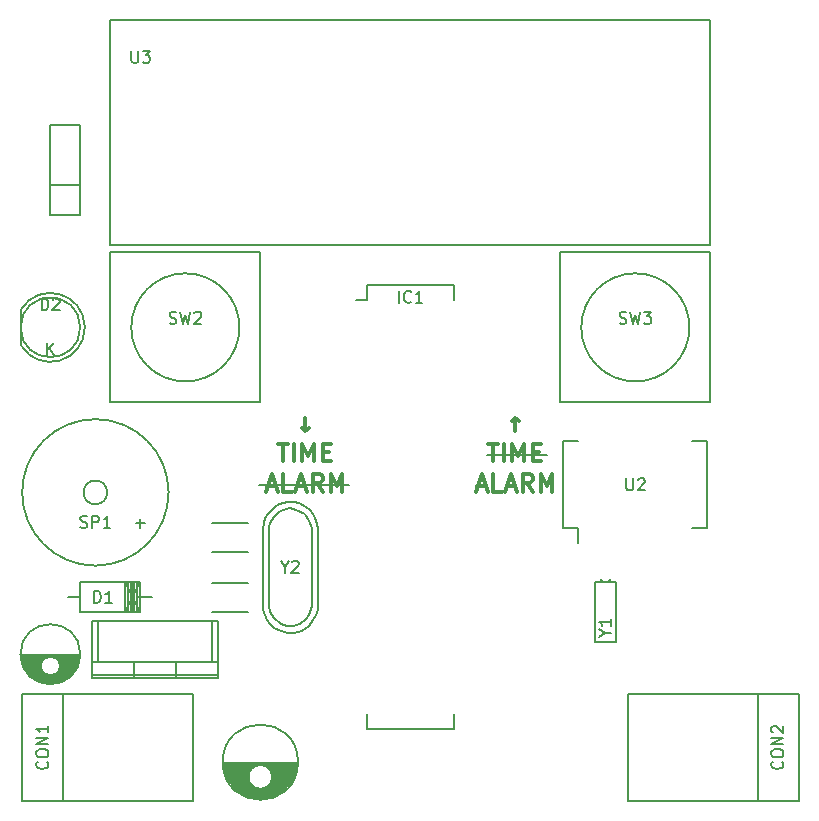
<source format=gbr>
G04 #@! TF.FileFunction,Legend,Top*
%FSLAX46Y46*%
G04 Gerber Fmt 4.6, Leading zero omitted, Abs format (unit mm)*
G04 Created by KiCad (PCBNEW 4.0.5) date Sat Feb  4 13:13:31 2017*
%MOMM*%
%LPD*%
G01*
G04 APERTURE LIST*
%ADD10C,0.100000*%
%ADD11C,0.200000*%
%ADD12C,0.300000*%
%ADD13C,0.150000*%
G04 APERTURE END LIST*
D10*
D11*
X155067000Y-132715000D02*
X160147000Y-132715000D01*
D12*
X157480000Y-130716571D02*
X157480000Y-129573714D01*
X157194286Y-129859429D02*
X157480000Y-129573714D01*
X157765715Y-129859429D01*
X155158571Y-131766571D02*
X156015714Y-131766571D01*
X155587143Y-133266571D02*
X155587143Y-131766571D01*
X156515714Y-133266571D02*
X156515714Y-131766571D01*
X157230000Y-133266571D02*
X157230000Y-131766571D01*
X157730000Y-132838000D01*
X158230000Y-131766571D01*
X158230000Y-133266571D01*
X158944286Y-132480857D02*
X159444286Y-132480857D01*
X159658572Y-133266571D02*
X158944286Y-133266571D01*
X158944286Y-131766571D01*
X159658572Y-131766571D01*
X154265714Y-135388000D02*
X154980000Y-135388000D01*
X154122857Y-135816571D02*
X154622857Y-134316571D01*
X155122857Y-135816571D01*
X156337143Y-135816571D02*
X155622857Y-135816571D01*
X155622857Y-134316571D01*
X156765714Y-135388000D02*
X157480000Y-135388000D01*
X156622857Y-135816571D02*
X157122857Y-134316571D01*
X157622857Y-135816571D01*
X158980000Y-135816571D02*
X158480000Y-135102286D01*
X158122857Y-135816571D02*
X158122857Y-134316571D01*
X158694285Y-134316571D01*
X158837143Y-134388000D01*
X158908571Y-134459429D01*
X158980000Y-134602286D01*
X158980000Y-134816571D01*
X158908571Y-134959429D01*
X158837143Y-135030857D01*
X158694285Y-135102286D01*
X158122857Y-135102286D01*
X159622857Y-135816571D02*
X159622857Y-134316571D01*
X160122857Y-135388000D01*
X160622857Y-134316571D01*
X160622857Y-135816571D01*
D11*
X135763000Y-135255000D02*
X143383000Y-135255000D01*
D12*
X139700000Y-129573714D02*
X139700000Y-130716571D01*
X139985715Y-130430857D02*
X139700000Y-130716571D01*
X139414286Y-130430857D01*
X137378571Y-131766571D02*
X138235714Y-131766571D01*
X137807143Y-133266571D02*
X137807143Y-131766571D01*
X138735714Y-133266571D02*
X138735714Y-131766571D01*
X139450000Y-133266571D02*
X139450000Y-131766571D01*
X139950000Y-132838000D01*
X140450000Y-131766571D01*
X140450000Y-133266571D01*
X141164286Y-132480857D02*
X141664286Y-132480857D01*
X141878572Y-133266571D02*
X141164286Y-133266571D01*
X141164286Y-131766571D01*
X141878572Y-131766571D01*
X136485714Y-135388000D02*
X137200000Y-135388000D01*
X136342857Y-135816571D02*
X136842857Y-134316571D01*
X137342857Y-135816571D01*
X138557143Y-135816571D02*
X137842857Y-135816571D01*
X137842857Y-134316571D01*
X138985714Y-135388000D02*
X139700000Y-135388000D01*
X138842857Y-135816571D02*
X139342857Y-134316571D01*
X139842857Y-135816571D01*
X141200000Y-135816571D02*
X140700000Y-135102286D01*
X140342857Y-135816571D02*
X140342857Y-134316571D01*
X140914285Y-134316571D01*
X141057143Y-134388000D01*
X141128571Y-134459429D01*
X141200000Y-134602286D01*
X141200000Y-134816571D01*
X141128571Y-134959429D01*
X141057143Y-135030857D01*
X140914285Y-135102286D01*
X140342857Y-135102286D01*
X141842857Y-135816571D02*
X141842857Y-134316571D01*
X142342857Y-135388000D01*
X142842857Y-134316571D01*
X142842857Y-135816571D01*
D13*
X161535000Y-138930000D02*
X162805000Y-138930000D01*
X161535000Y-131580000D02*
X162805000Y-131580000D01*
X173745000Y-131580000D02*
X172475000Y-131580000D01*
X173745000Y-138930000D02*
X172475000Y-138930000D01*
X161535000Y-138930000D02*
X161535000Y-131580000D01*
X173745000Y-138930000D02*
X173745000Y-131580000D01*
X162805000Y-138930000D02*
X162805000Y-140215000D01*
X139039000Y-158805000D02*
X132741000Y-158805000D01*
X139033000Y-158945000D02*
X132747000Y-158945000D01*
X139020000Y-159085000D02*
X136336000Y-159085000D01*
X135444000Y-159085000D02*
X132760000Y-159085000D01*
X139001000Y-159225000D02*
X136546000Y-159225000D01*
X135234000Y-159225000D02*
X132779000Y-159225000D01*
X138975000Y-159365000D02*
X136679000Y-159365000D01*
X135101000Y-159365000D02*
X132805000Y-159365000D01*
X138943000Y-159505000D02*
X136770000Y-159505000D01*
X135010000Y-159505000D02*
X132837000Y-159505000D01*
X138904000Y-159645000D02*
X136832000Y-159645000D01*
X134948000Y-159645000D02*
X132876000Y-159645000D01*
X138858000Y-159785000D02*
X136871000Y-159785000D01*
X134909000Y-159785000D02*
X132922000Y-159785000D01*
X138805000Y-159925000D02*
X136888000Y-159925000D01*
X134892000Y-159925000D02*
X132975000Y-159925000D01*
X138743000Y-160065000D02*
X136886000Y-160065000D01*
X134894000Y-160065000D02*
X133037000Y-160065000D01*
X138673000Y-160205000D02*
X136864000Y-160205000D01*
X134916000Y-160205000D02*
X133107000Y-160205000D01*
X138594000Y-160345000D02*
X136821000Y-160345000D01*
X134959000Y-160345000D02*
X133186000Y-160345000D01*
X138506000Y-160485000D02*
X136753000Y-160485000D01*
X135027000Y-160485000D02*
X133274000Y-160485000D01*
X138406000Y-160625000D02*
X136654000Y-160625000D01*
X135126000Y-160625000D02*
X133374000Y-160625000D01*
X138294000Y-160765000D02*
X136509000Y-160765000D01*
X135271000Y-160765000D02*
X133486000Y-160765000D01*
X138169000Y-160905000D02*
X136270000Y-160905000D01*
X135510000Y-160905000D02*
X133611000Y-160905000D01*
X138026000Y-161045000D02*
X133754000Y-161045000D01*
X137864000Y-161185000D02*
X133916000Y-161185000D01*
X137676000Y-161325000D02*
X134104000Y-161325000D01*
X137453000Y-161465000D02*
X134327000Y-161465000D01*
X137177000Y-161605000D02*
X134603000Y-161605000D01*
X136802000Y-161745000D02*
X134978000Y-161745000D01*
X136890000Y-159980000D02*
G75*
G03X136890000Y-159980000I-1000000J0D01*
G01*
X139077500Y-158730000D02*
G75*
G03X139077500Y-158730000I-3187500J0D01*
G01*
X120609000Y-149665000D02*
X115611000Y-149665000D01*
X120601000Y-149805000D02*
X118264000Y-149805000D01*
X117956000Y-149805000D02*
X115619000Y-149805000D01*
X120585000Y-149945000D02*
X118583000Y-149945000D01*
X117637000Y-149945000D02*
X115635000Y-149945000D01*
X120561000Y-150085000D02*
X118730000Y-150085000D01*
X117490000Y-150085000D02*
X115659000Y-150085000D01*
X120528000Y-150225000D02*
X118822000Y-150225000D01*
X117398000Y-150225000D02*
X115692000Y-150225000D01*
X120487000Y-150365000D02*
X118878000Y-150365000D01*
X117342000Y-150365000D02*
X115733000Y-150365000D01*
X120437000Y-150505000D02*
X118905000Y-150505000D01*
X117315000Y-150505000D02*
X115783000Y-150505000D01*
X120376000Y-150645000D02*
X118908000Y-150645000D01*
X117312000Y-150645000D02*
X115844000Y-150645000D01*
X120306000Y-150785000D02*
X118886000Y-150785000D01*
X117334000Y-150785000D02*
X115914000Y-150785000D01*
X120224000Y-150925000D02*
X118836000Y-150925000D01*
X117384000Y-150925000D02*
X115996000Y-150925000D01*
X120129000Y-151065000D02*
X118754000Y-151065000D01*
X117466000Y-151065000D02*
X116091000Y-151065000D01*
X120018000Y-151205000D02*
X118622000Y-151205000D01*
X117598000Y-151205000D02*
X116202000Y-151205000D01*
X119890000Y-151345000D02*
X118375000Y-151345000D01*
X117845000Y-151345000D02*
X116330000Y-151345000D01*
X119741000Y-151485000D02*
X116479000Y-151485000D01*
X119562000Y-151625000D02*
X116658000Y-151625000D01*
X119343000Y-151765000D02*
X116877000Y-151765000D01*
X119054000Y-151905000D02*
X117166000Y-151905000D01*
X118582000Y-152045000D02*
X117638000Y-152045000D01*
X118910000Y-150590000D02*
G75*
G03X118910000Y-150590000I-800000J0D01*
G01*
X120647500Y-149590000D02*
G75*
G03X120647500Y-149590000I-2537500J0D01*
G01*
X131830000Y-138450000D02*
X134830000Y-138450000D01*
X134830000Y-140950000D02*
X131830000Y-140950000D01*
X131830000Y-143530000D02*
X134830000Y-143530000D01*
X134830000Y-146030000D02*
X131830000Y-146030000D01*
X120650000Y-144782540D02*
X119634000Y-144782540D01*
X125476000Y-144782540D02*
X126746000Y-144782540D01*
X125222000Y-146052540D02*
X125222000Y-143512540D01*
X124968000Y-146052540D02*
X124968000Y-143512540D01*
X124714000Y-146052540D02*
X124714000Y-143512540D01*
X125476000Y-146052540D02*
X125476000Y-143512540D01*
X124460000Y-146052540D02*
X125730000Y-143512540D01*
X125730000Y-146052540D02*
X124460000Y-143512540D01*
X124460000Y-146052540D02*
X124460000Y-143512540D01*
X125095000Y-146052540D02*
X125095000Y-143512540D01*
X125730000Y-143512540D02*
X125730000Y-146052540D01*
X125730000Y-146052540D02*
X120650000Y-146052540D01*
X120650000Y-146052540D02*
X120650000Y-143512540D01*
X120650000Y-143512540D02*
X125730000Y-143512540D01*
X115625112Y-123444904D02*
G75*
G03X115610000Y-120420000I2484888J1524904D01*
G01*
X115610000Y-123420000D02*
X115610000Y-120420000D01*
X120627936Y-121920000D02*
G75*
G03X120627936Y-121920000I-2517936J0D01*
G01*
X144915000Y-118355000D02*
X144915000Y-119625000D01*
X152265000Y-118355000D02*
X152265000Y-119625000D01*
X152265000Y-155965000D02*
X152265000Y-154695000D01*
X144915000Y-155965000D02*
X144915000Y-154695000D01*
X144915000Y-118355000D02*
X152265000Y-118355000D01*
X144915000Y-155965000D02*
X152265000Y-155965000D01*
X144915000Y-119625000D02*
X143980000Y-119625000D01*
X122920760Y-135890000D02*
G75*
G03X122920760Y-135890000I-1000760J0D01*
G01*
X128120140Y-135890000D02*
G75*
G03X128120140Y-135890000I-6200140J0D01*
G01*
X120650000Y-112395000D02*
X118110000Y-112395000D01*
X118110000Y-112395000D02*
X118110000Y-104775000D01*
X118110000Y-104775000D02*
X120650000Y-104775000D01*
X120650000Y-104775000D02*
X120650000Y-112395000D01*
X118110000Y-109855000D02*
X120650000Y-109855000D01*
X134119050Y-121920000D02*
G75*
G03X134119050Y-121920000I-4579050J0D01*
G01*
X123190000Y-115570000D02*
X135890000Y-115570000D01*
X135890000Y-115570000D02*
X135890000Y-128270000D01*
X135890000Y-128270000D02*
X123190000Y-128270000D01*
X123190000Y-128270000D02*
X123190000Y-115570000D01*
X172219050Y-121920000D02*
G75*
G03X172219050Y-121920000I-4579050J0D01*
G01*
X161290000Y-115570000D02*
X173990000Y-115570000D01*
X173990000Y-115570000D02*
X173990000Y-128270000D01*
X173990000Y-128270000D02*
X161290000Y-128270000D01*
X161290000Y-128270000D02*
X161290000Y-115570000D01*
X122174000Y-150241000D02*
X122174000Y-146812000D01*
X131826000Y-150241000D02*
X131826000Y-146812000D01*
X121666000Y-151384000D02*
X132334000Y-151384000D01*
X125222000Y-150368000D02*
X125222000Y-151638000D01*
X128778000Y-150368000D02*
X128778000Y-151638000D01*
X132334000Y-150241000D02*
X121666000Y-150241000D01*
X121666000Y-146812000D02*
X132334000Y-146812000D01*
X132334000Y-151638000D02*
X132334000Y-146812000D01*
X121666000Y-151638000D02*
X121666000Y-146812000D01*
X121666000Y-151638000D02*
X132334000Y-151638000D01*
X148590000Y-95885000D02*
X123190000Y-95885000D01*
X123190000Y-95885000D02*
X123190000Y-114935000D01*
X123190000Y-114935000D02*
X173990000Y-114935000D01*
X173990000Y-114935000D02*
X173990000Y-95885000D01*
X173990000Y-95885000D02*
X148590000Y-95885000D01*
X137429240Y-137541000D02*
X137830560Y-137340340D01*
X137830560Y-137340340D02*
X138430000Y-137238740D01*
X138430000Y-137238740D02*
X138930380Y-137340340D01*
X138930380Y-137340340D02*
X139628880Y-137739120D01*
X139628880Y-137739120D02*
X140030200Y-138341100D01*
X140030200Y-138341100D02*
X140230860Y-138940540D01*
X140230860Y-138940540D02*
X140230860Y-145539460D01*
X140230860Y-145539460D02*
X140030200Y-146240500D01*
X140030200Y-146240500D02*
X139730480Y-146639280D01*
X139730480Y-146639280D02*
X139230100Y-147040600D01*
X139230100Y-147040600D02*
X138630660Y-147241260D01*
X138630660Y-147241260D02*
X138130280Y-147241260D01*
X138130280Y-147241260D02*
X137629900Y-147040600D01*
X137629900Y-147040600D02*
X137030460Y-146540220D01*
X137030460Y-146540220D02*
X136730740Y-146039840D01*
X136730740Y-146039840D02*
X136629140Y-145539460D01*
X136629140Y-145440400D02*
X136629140Y-138838940D01*
X136629140Y-138838940D02*
X136730740Y-138440160D01*
X136730740Y-138440160D02*
X137030460Y-137939780D01*
X137030460Y-137939780D02*
X137530840Y-137439400D01*
X136100820Y-145430240D02*
X136149080Y-145889980D01*
X136149080Y-145889980D02*
X136260840Y-146288760D01*
X136260840Y-146288760D02*
X136479280Y-146720560D01*
X136479280Y-146720560D02*
X136710420Y-147010120D01*
X136710420Y-147010120D02*
X137060940Y-147340320D01*
X137060940Y-147340320D02*
X137599420Y-147629880D01*
X137599420Y-147629880D02*
X138198860Y-147759420D01*
X138198860Y-147759420D02*
X138709400Y-147759420D01*
X138709400Y-147759420D02*
X139410440Y-147589240D01*
X139410440Y-147589240D02*
X139999720Y-147190460D01*
X139999720Y-147190460D02*
X140370560Y-146730720D01*
X140370560Y-146730720D02*
X140578840Y-146309080D01*
X140578840Y-146309080D02*
X140738860Y-145859500D01*
X140738860Y-145859500D02*
X140769340Y-145420080D01*
X140550900Y-138079480D02*
X140329920Y-137701020D01*
X140329920Y-137701020D02*
X140050520Y-137380980D01*
X140050520Y-137380980D02*
X139720320Y-137129520D01*
X139720320Y-137129520D02*
X139169140Y-136829800D01*
X139169140Y-136829800D02*
X138699240Y-136720580D01*
X138699240Y-136720580D02*
X138239500Y-136700260D01*
X138239500Y-136700260D02*
X137779760Y-136789160D01*
X137779760Y-136789160D02*
X137330180Y-136979660D01*
X137330180Y-136979660D02*
X136860280Y-137340340D01*
X136860280Y-137340340D02*
X136540240Y-137690860D01*
X136540240Y-137690860D02*
X136309100Y-138079480D01*
X136309100Y-138079480D02*
X136169400Y-138508740D01*
X136169400Y-138508740D02*
X136100820Y-138950700D01*
X140759180Y-145440400D02*
X140759180Y-138988800D01*
X140759180Y-138988800D02*
X140721080Y-138569700D01*
X140721080Y-138569700D02*
X140550900Y-138079480D01*
X136100820Y-145440400D02*
X136100820Y-138988800D01*
X165399720Y-143489680D02*
X165498780Y-143189960D01*
X164800280Y-143489680D02*
X164701220Y-143189960D01*
X164200840Y-143489680D02*
X164200840Y-148539200D01*
X164200840Y-148539200D02*
X165999160Y-148539200D01*
X165999160Y-148539200D02*
X165999160Y-143489680D01*
X164200840Y-143489680D02*
X165999160Y-143489680D01*
X177990500Y-161980880D02*
X177990500Y-152979120D01*
X181490620Y-161980880D02*
X181490620Y-152979120D01*
X181490620Y-152979120D02*
X166989760Y-152979120D01*
X166989760Y-152979120D02*
X166989760Y-161980880D01*
X166989760Y-161980880D02*
X181490620Y-161980880D01*
X119189500Y-152979120D02*
X119189500Y-161980880D01*
X115689380Y-152979120D02*
X115689380Y-161980880D01*
X115689380Y-161980880D02*
X130190240Y-161980880D01*
X130190240Y-161980880D02*
X130190240Y-152979120D01*
X130190240Y-152979120D02*
X115689380Y-152979120D01*
X166878095Y-134707381D02*
X166878095Y-135516905D01*
X166925714Y-135612143D01*
X166973333Y-135659762D01*
X167068571Y-135707381D01*
X167259048Y-135707381D01*
X167354286Y-135659762D01*
X167401905Y-135612143D01*
X167449524Y-135516905D01*
X167449524Y-134707381D01*
X167878095Y-134802619D02*
X167925714Y-134755000D01*
X168020952Y-134707381D01*
X168259048Y-134707381D01*
X168354286Y-134755000D01*
X168401905Y-134802619D01*
X168449524Y-134897857D01*
X168449524Y-134993095D01*
X168401905Y-135135952D01*
X167830476Y-135707381D01*
X168449524Y-135707381D01*
X121816905Y-145232381D02*
X121816905Y-144232381D01*
X122055000Y-144232381D01*
X122197858Y-144280000D01*
X122293096Y-144375238D01*
X122340715Y-144470476D01*
X122388334Y-144660952D01*
X122388334Y-144803810D01*
X122340715Y-144994286D01*
X122293096Y-145089524D01*
X122197858Y-145184762D01*
X122055000Y-145232381D01*
X121816905Y-145232381D01*
X123340715Y-145232381D02*
X122769286Y-145232381D01*
X123055000Y-145232381D02*
X123055000Y-144232381D01*
X122959762Y-144375238D01*
X122864524Y-144470476D01*
X122769286Y-144518095D01*
X117371905Y-120467381D02*
X117371905Y-119467381D01*
X117610000Y-119467381D01*
X117752858Y-119515000D01*
X117848096Y-119610238D01*
X117895715Y-119705476D01*
X117943334Y-119895952D01*
X117943334Y-120038810D01*
X117895715Y-120229286D01*
X117848096Y-120324524D01*
X117752858Y-120419762D01*
X117610000Y-120467381D01*
X117371905Y-120467381D01*
X118324286Y-119562619D02*
X118371905Y-119515000D01*
X118467143Y-119467381D01*
X118705239Y-119467381D01*
X118800477Y-119515000D01*
X118848096Y-119562619D01*
X118895715Y-119657857D01*
X118895715Y-119753095D01*
X118848096Y-119895952D01*
X118276667Y-120467381D01*
X118895715Y-120467381D01*
X117848095Y-124277381D02*
X117848095Y-123277381D01*
X118419524Y-124277381D02*
X117990952Y-123705952D01*
X118419524Y-123277381D02*
X117848095Y-123848810D01*
X147613810Y-119832381D02*
X147613810Y-118832381D01*
X148661429Y-119737143D02*
X148613810Y-119784762D01*
X148470953Y-119832381D01*
X148375715Y-119832381D01*
X148232857Y-119784762D01*
X148137619Y-119689524D01*
X148090000Y-119594286D01*
X148042381Y-119403810D01*
X148042381Y-119260952D01*
X148090000Y-119070476D01*
X148137619Y-118975238D01*
X148232857Y-118880000D01*
X148375715Y-118832381D01*
X148470953Y-118832381D01*
X148613810Y-118880000D01*
X148661429Y-118927619D01*
X149613810Y-119832381D02*
X149042381Y-119832381D01*
X149328095Y-119832381D02*
X149328095Y-118832381D01*
X149232857Y-118975238D01*
X149137619Y-119070476D01*
X149042381Y-119118095D01*
X120658095Y-138834762D02*
X120800952Y-138882381D01*
X121039048Y-138882381D01*
X121134286Y-138834762D01*
X121181905Y-138787143D01*
X121229524Y-138691905D01*
X121229524Y-138596667D01*
X121181905Y-138501429D01*
X121134286Y-138453810D01*
X121039048Y-138406190D01*
X120848571Y-138358571D01*
X120753333Y-138310952D01*
X120705714Y-138263333D01*
X120658095Y-138168095D01*
X120658095Y-138072857D01*
X120705714Y-137977619D01*
X120753333Y-137930000D01*
X120848571Y-137882381D01*
X121086667Y-137882381D01*
X121229524Y-137930000D01*
X121658095Y-138882381D02*
X121658095Y-137882381D01*
X122039048Y-137882381D01*
X122134286Y-137930000D01*
X122181905Y-137977619D01*
X122229524Y-138072857D01*
X122229524Y-138215714D01*
X122181905Y-138310952D01*
X122134286Y-138358571D01*
X122039048Y-138406190D01*
X121658095Y-138406190D01*
X123181905Y-138882381D02*
X122610476Y-138882381D01*
X122896190Y-138882381D02*
X122896190Y-137882381D01*
X122800952Y-138025238D01*
X122705714Y-138120476D01*
X122610476Y-138168095D01*
X125349048Y-138501429D02*
X126110953Y-138501429D01*
X125730001Y-138882381D02*
X125730001Y-138120476D01*
X128206667Y-121562762D02*
X128349524Y-121610381D01*
X128587620Y-121610381D01*
X128682858Y-121562762D01*
X128730477Y-121515143D01*
X128778096Y-121419905D01*
X128778096Y-121324667D01*
X128730477Y-121229429D01*
X128682858Y-121181810D01*
X128587620Y-121134190D01*
X128397143Y-121086571D01*
X128301905Y-121038952D01*
X128254286Y-120991333D01*
X128206667Y-120896095D01*
X128206667Y-120800857D01*
X128254286Y-120705619D01*
X128301905Y-120658000D01*
X128397143Y-120610381D01*
X128635239Y-120610381D01*
X128778096Y-120658000D01*
X129111429Y-120610381D02*
X129349524Y-121610381D01*
X129540001Y-120896095D01*
X129730477Y-121610381D01*
X129968572Y-120610381D01*
X130301905Y-120705619D02*
X130349524Y-120658000D01*
X130444762Y-120610381D01*
X130682858Y-120610381D01*
X130778096Y-120658000D01*
X130825715Y-120705619D01*
X130873334Y-120800857D01*
X130873334Y-120896095D01*
X130825715Y-121038952D01*
X130254286Y-121610381D01*
X130873334Y-121610381D01*
X166306667Y-121562762D02*
X166449524Y-121610381D01*
X166687620Y-121610381D01*
X166782858Y-121562762D01*
X166830477Y-121515143D01*
X166878096Y-121419905D01*
X166878096Y-121324667D01*
X166830477Y-121229429D01*
X166782858Y-121181810D01*
X166687620Y-121134190D01*
X166497143Y-121086571D01*
X166401905Y-121038952D01*
X166354286Y-120991333D01*
X166306667Y-120896095D01*
X166306667Y-120800857D01*
X166354286Y-120705619D01*
X166401905Y-120658000D01*
X166497143Y-120610381D01*
X166735239Y-120610381D01*
X166878096Y-120658000D01*
X167211429Y-120610381D02*
X167449524Y-121610381D01*
X167640001Y-120896095D01*
X167830477Y-121610381D01*
X168068572Y-120610381D01*
X168354286Y-120610381D02*
X168973334Y-120610381D01*
X168640000Y-120991333D01*
X168782858Y-120991333D01*
X168878096Y-121038952D01*
X168925715Y-121086571D01*
X168973334Y-121181810D01*
X168973334Y-121419905D01*
X168925715Y-121515143D01*
X168878096Y-121562762D01*
X168782858Y-121610381D01*
X168497143Y-121610381D01*
X168401905Y-121562762D01*
X168354286Y-121515143D01*
X124968095Y-98512381D02*
X124968095Y-99321905D01*
X125015714Y-99417143D01*
X125063333Y-99464762D01*
X125158571Y-99512381D01*
X125349048Y-99512381D01*
X125444286Y-99464762D01*
X125491905Y-99417143D01*
X125539524Y-99321905D01*
X125539524Y-98512381D01*
X125920476Y-98512381D02*
X126539524Y-98512381D01*
X126206190Y-98893333D01*
X126349048Y-98893333D01*
X126444286Y-98940952D01*
X126491905Y-98988571D01*
X126539524Y-99083810D01*
X126539524Y-99321905D01*
X126491905Y-99417143D01*
X126444286Y-99464762D01*
X126349048Y-99512381D01*
X126063333Y-99512381D01*
X125968095Y-99464762D01*
X125920476Y-99417143D01*
X137953809Y-142216190D02*
X137953809Y-142692381D01*
X137620476Y-141692381D02*
X137953809Y-142216190D01*
X138287143Y-141692381D01*
X138572857Y-141787619D02*
X138620476Y-141740000D01*
X138715714Y-141692381D01*
X138953810Y-141692381D01*
X139049048Y-141740000D01*
X139096667Y-141787619D01*
X139144286Y-141882857D01*
X139144286Y-141978095D01*
X139096667Y-142120952D01*
X138525238Y-142692381D01*
X139144286Y-142692381D01*
X165076190Y-147796191D02*
X165552381Y-147796191D01*
X164552381Y-148129524D02*
X165076190Y-147796191D01*
X164552381Y-147462857D01*
X165552381Y-146605714D02*
X165552381Y-147177143D01*
X165552381Y-146891429D02*
X164552381Y-146891429D01*
X164695238Y-146986667D01*
X164790476Y-147081905D01*
X164838095Y-147177143D01*
X180062143Y-158694285D02*
X180109762Y-158741904D01*
X180157381Y-158884761D01*
X180157381Y-158979999D01*
X180109762Y-159122857D01*
X180014524Y-159218095D01*
X179919286Y-159265714D01*
X179728810Y-159313333D01*
X179585952Y-159313333D01*
X179395476Y-159265714D01*
X179300238Y-159218095D01*
X179205000Y-159122857D01*
X179157381Y-158979999D01*
X179157381Y-158884761D01*
X179205000Y-158741904D01*
X179252619Y-158694285D01*
X179157381Y-158075238D02*
X179157381Y-157884761D01*
X179205000Y-157789523D01*
X179300238Y-157694285D01*
X179490714Y-157646666D01*
X179824048Y-157646666D01*
X180014524Y-157694285D01*
X180109762Y-157789523D01*
X180157381Y-157884761D01*
X180157381Y-158075238D01*
X180109762Y-158170476D01*
X180014524Y-158265714D01*
X179824048Y-158313333D01*
X179490714Y-158313333D01*
X179300238Y-158265714D01*
X179205000Y-158170476D01*
X179157381Y-158075238D01*
X180157381Y-157218095D02*
X179157381Y-157218095D01*
X180157381Y-156646666D01*
X179157381Y-156646666D01*
X179252619Y-156218095D02*
X179205000Y-156170476D01*
X179157381Y-156075238D01*
X179157381Y-155837142D01*
X179205000Y-155741904D01*
X179252619Y-155694285D01*
X179347857Y-155646666D01*
X179443095Y-155646666D01*
X179585952Y-155694285D01*
X180157381Y-156265714D01*
X180157381Y-155646666D01*
X117832143Y-158694285D02*
X117879762Y-158741904D01*
X117927381Y-158884761D01*
X117927381Y-158979999D01*
X117879762Y-159122857D01*
X117784524Y-159218095D01*
X117689286Y-159265714D01*
X117498810Y-159313333D01*
X117355952Y-159313333D01*
X117165476Y-159265714D01*
X117070238Y-159218095D01*
X116975000Y-159122857D01*
X116927381Y-158979999D01*
X116927381Y-158884761D01*
X116975000Y-158741904D01*
X117022619Y-158694285D01*
X116927381Y-158075238D02*
X116927381Y-157884761D01*
X116975000Y-157789523D01*
X117070238Y-157694285D01*
X117260714Y-157646666D01*
X117594048Y-157646666D01*
X117784524Y-157694285D01*
X117879762Y-157789523D01*
X117927381Y-157884761D01*
X117927381Y-158075238D01*
X117879762Y-158170476D01*
X117784524Y-158265714D01*
X117594048Y-158313333D01*
X117260714Y-158313333D01*
X117070238Y-158265714D01*
X116975000Y-158170476D01*
X116927381Y-158075238D01*
X117927381Y-157218095D02*
X116927381Y-157218095D01*
X117927381Y-156646666D01*
X116927381Y-156646666D01*
X117927381Y-155646666D02*
X117927381Y-156218095D01*
X117927381Y-155932381D02*
X116927381Y-155932381D01*
X117070238Y-156027619D01*
X117165476Y-156122857D01*
X117213095Y-156218095D01*
M02*

</source>
